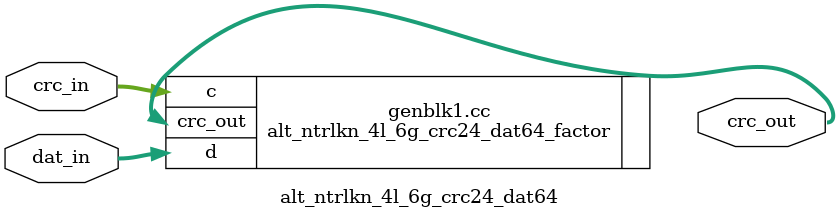
<source format=v>


`timescale 1 ps / 1 ps


module alt_ntrlkn_4l_6g_crc24_dat64 (
	input[23:0] crc_in,
	input[63:0] dat_in,
	output[23:0] crc_out
);

parameter METHOD = 1;

generate
  if (METHOD == 0)
    alt_ntrlkn_4l_6g_crc24_dat64_flat cc (.c(crc_in),.d(dat_in),.crc_out(crc_out));
  else
    alt_ntrlkn_4l_6g_crc24_dat64_factor cc (.c(crc_in),.d(dat_in),.crc_out(crc_out));
endgenerate

endmodule

</source>
